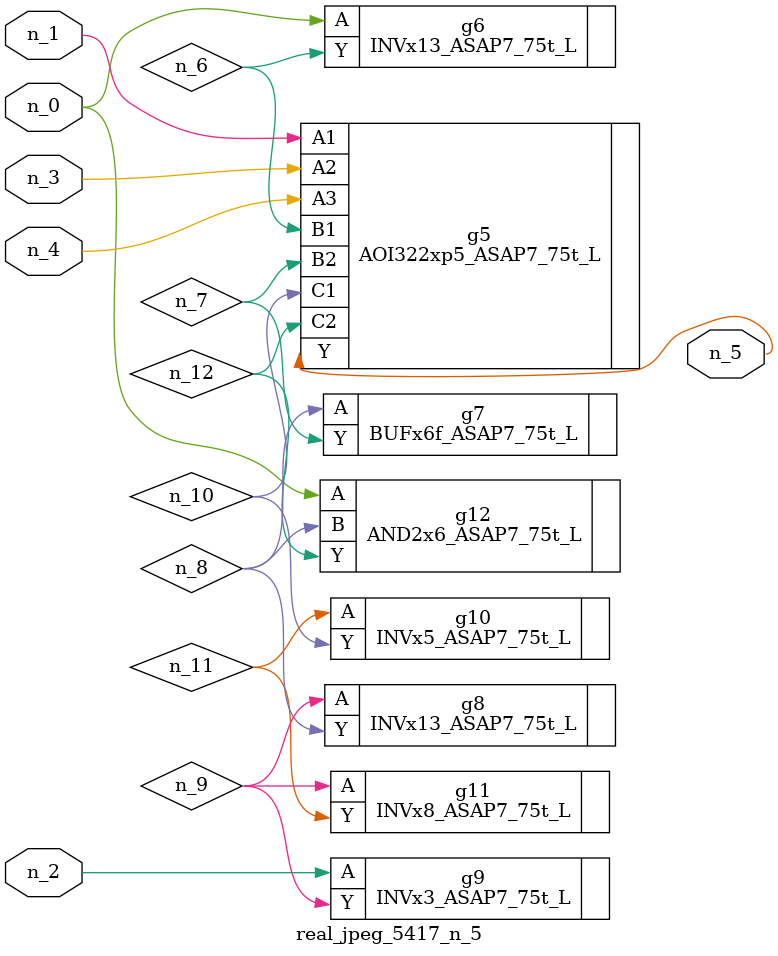
<source format=v>
module real_jpeg_5417_n_5 (n_4, n_0, n_1, n_2, n_3, n_5);

input n_4;
input n_0;
input n_1;
input n_2;
input n_3;

output n_5;

wire n_12;
wire n_8;
wire n_11;
wire n_6;
wire n_7;
wire n_10;
wire n_9;

INVx13_ASAP7_75t_L g6 ( 
.A(n_0),
.Y(n_6)
);

AND2x6_ASAP7_75t_L g12 ( 
.A(n_0),
.B(n_8),
.Y(n_12)
);

AOI322xp5_ASAP7_75t_L g5 ( 
.A1(n_1),
.A2(n_3),
.A3(n_4),
.B1(n_6),
.B2(n_7),
.C1(n_10),
.C2(n_12),
.Y(n_5)
);

INVx3_ASAP7_75t_L g9 ( 
.A(n_2),
.Y(n_9)
);

BUFx6f_ASAP7_75t_L g7 ( 
.A(n_8),
.Y(n_7)
);

INVx13_ASAP7_75t_L g8 ( 
.A(n_9),
.Y(n_8)
);

INVx8_ASAP7_75t_L g11 ( 
.A(n_9),
.Y(n_11)
);

INVx5_ASAP7_75t_L g10 ( 
.A(n_11),
.Y(n_10)
);


endmodule
</source>
